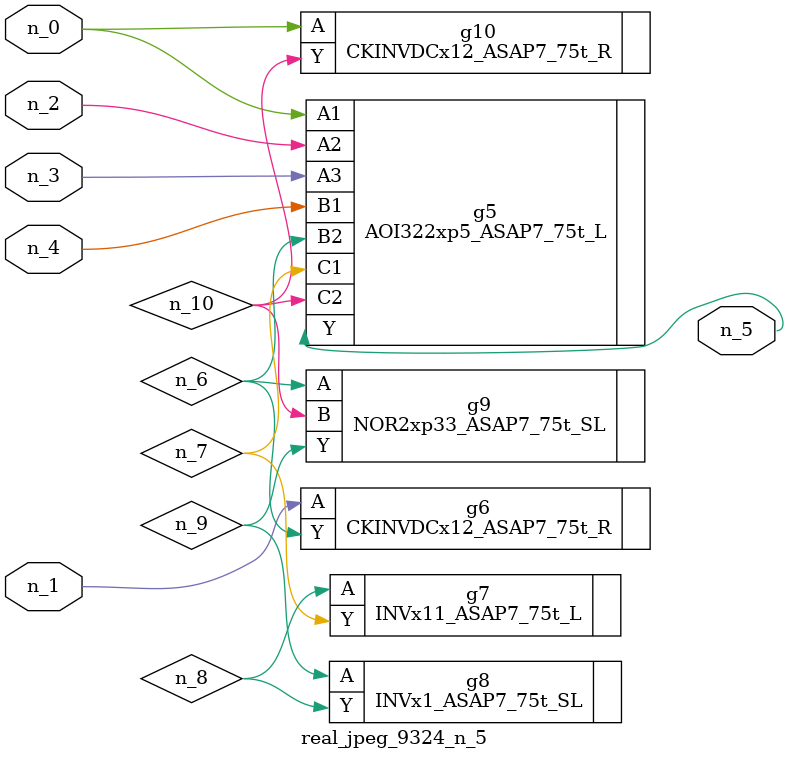
<source format=v>
module real_jpeg_9324_n_5 (n_4, n_0, n_1, n_2, n_3, n_5);

input n_4;
input n_0;
input n_1;
input n_2;
input n_3;

output n_5;

wire n_8;
wire n_6;
wire n_7;
wire n_10;
wire n_9;

AOI322xp5_ASAP7_75t_L g5 ( 
.A1(n_0),
.A2(n_2),
.A3(n_3),
.B1(n_4),
.B2(n_6),
.C1(n_7),
.C2(n_10),
.Y(n_5)
);

CKINVDCx12_ASAP7_75t_R g10 ( 
.A(n_0),
.Y(n_10)
);

CKINVDCx12_ASAP7_75t_R g6 ( 
.A(n_1),
.Y(n_6)
);

NOR2xp33_ASAP7_75t_SL g9 ( 
.A(n_6),
.B(n_10),
.Y(n_9)
);

INVx11_ASAP7_75t_L g7 ( 
.A(n_8),
.Y(n_7)
);

INVx1_ASAP7_75t_SL g8 ( 
.A(n_9),
.Y(n_8)
);


endmodule
</source>
